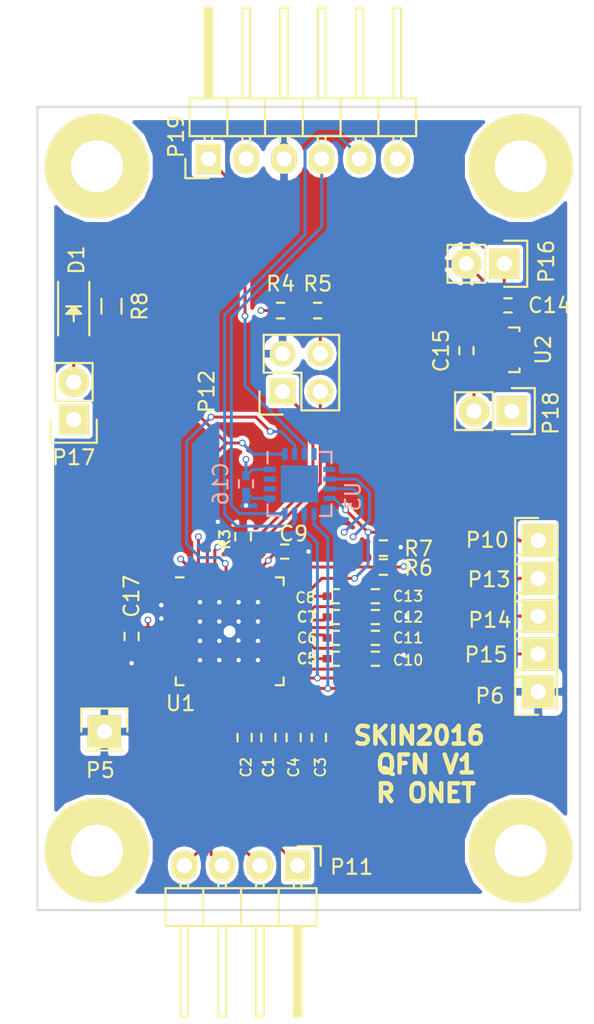
<source format=kicad_pcb>
(kicad_pcb (version 20160815) (host pcbnew no-vcs-found-undefined)
  (layers (0 F.Cu signal) (1 In1.Cu signal) (2 In2.Cu signal) (31 B.Cu signal) (34 B.Paste user) (35 F.Paste user) (36 B.SilkS user) (37 F.SilkS user) (38 B.Mask user) (39 F.Mask user) (44 Edge.Cuts user))
  (net 0 "")
  (net 1 GND)
  (net 2 "Net-(C5-Pad2)")
  (net 3 "Net-(C6-Pad2)")
  (net 4 "Net-(C8-Pad2)")
  (net 5 +1V8)
  (net 6 "Net-(C10-Pad1)")
  (net 7 "Net-(C11-Pad1)")
  (net 8 "Net-(C12-Pad1)")
  (net 9 "Net-(C13-Pad1)")
  (net 10 "Net-(C14-Pad1)")
  (net 11 "Net-(C15-Pad1)")
  (net 12 "Net-(D1-Pad2)")
  (net 13 "Net-(D1-Pad1)")
  (net 14 "Net-(P11-Pad1)")
  (net 15 "Net-(P11-Pad2)")
  (net 16 "Net-(P11-Pad3)")
  (net 17 "Net-(P11-Pad4)")
  (net 18 "Net-(P12-Pad1)")
  (net 19 "Net-(P12-Pad3)")
  (net 20 "Net-(P12-Pad4)")
  (net 21 /VREF_SE)
  (net 22 /MCLR)
  (net 23 /PGD)
  (net 24 /PGC)
  (net 25 "Net-(R3-Pad2)")
  (net 26 "Net-(R4-Pad2)")
  (net 27 /CFG_DAT)
  (net 28 /CFG_CLK)
  (net 29 /CLK_REF)
  (net 30 /VOUTN)
  (net 31 /VOUTP)
  (net 32 /VOUT_SE)
  (net 33 "Net-(C1-Pad1)")
  (net 34 "Net-(C1-Pad2)")
  (net 35 "Net-(C2-Pad1)")
  (net 36 "Net-(C3-Pad1)")
  (net 37 "Net-(C3-Pad2)")
  (net 38 "Net-(C4-Pad1)")
  (net 39 "Net-(C7-Pad2)")
  (net 40 /RESET_SKIN)
  (module Housings_DFN_QFN:QFN-48-1EP_7x7mm_Pitch0.5mm (layer F.Cu) (at 149.432 143.256)
    (fp_text reference U1 (at -3.302 4.844) (layer F.SilkS))
    (fp_text value SKINC2016_QFN48)
    (pad 49 smd rect (at -1.93125 -1.93125) (size 1.2875 1.2875) (layers F.Cu F.Paste F.Mask) (net 1 GND))
    (pad 49 smd rect (at -1.93125 -0.64375) (size 1.2875 1.2875) (layers F.Cu F.Paste F.Mask) (net 1 GND))
    (pad 49 smd rect (at -1.93125 0.64375) (size 1.2875 1.2875) (layers F.Cu F.Paste F.Mask) (net 1 GND))
    (pad 49 smd rect (at -1.93125 1.93125) (size 1.2875 1.2875) (layers F.Cu F.Paste F.Mask) (net 1 GND))
    (pad 49 smd rect (at -0.64375 -1.93125) (size 1.2875 1.2875) (layers F.Cu F.Paste F.Mask) (net 1 GND))
    (pad 49 smd rect (at -0.64375 -0.64375) (size 1.2875 1.2875) (layers F.Cu F.Paste F.Mask) (net 1 GND))
    (pad 49 smd rect (at -0.64375 0.64375) (size 1.2875 1.2875) (layers F.Cu F.Paste F.Mask) (net 1 GND))
    (pad 49 smd rect (at -0.64375 1.93125) (size 1.2875 1.2875) (layers F.Cu F.Paste F.Mask) (net 1 GND))
    (pad 49 smd rect (at 0.64375 -1.93125) (size 1.2875 1.2875) (layers F.Cu F.Paste F.Mask) (net 1 GND))
    (pad 49 smd rect (at 0.64375 -0.64375) (size 1.2875 1.2875) (layers F.Cu F.Paste F.Mask) (net 1 GND))
    (pad 49 smd rect (at 0.64375 0.64375) (size 1.2875 1.2875) (layers F.Cu F.Paste F.Mask) (net 1 GND))
    (pad 49 smd rect (at 0.64375 1.93125) (size 1.2875 1.2875) (layers F.Cu F.Paste F.Mask) (net 1 GND))
    (pad 49 smd rect (at 1.93125 -1.93125) (size 1.2875 1.2875) (layers F.Cu F.Paste F.Mask) (net 1 GND))
    (pad 49 smd rect (at 1.93125 -0.64375) (size 1.2875 1.2875) (layers F.Cu F.Paste F.Mask) (net 1 GND))
    (pad 49 smd rect (at 1.93125 0.64375) (size 1.2875 1.2875) (layers F.Cu F.Paste F.Mask) (net 1 GND))
    (pad 49 smd rect (at 1.93125 1.93125) (size 1.2875 1.2875) (layers F.Cu F.Paste F.Mask) (net 1 GND))
    (pad 48 smd rect (at -2.75 -3.4 90) (size 0.7 0.25) (layers F.Cu F.Paste F.Mask))
    (pad 47 smd rect (at -2.25 -3.4 90) (size 0.7 0.25) (layers F.Cu F.Paste F.Mask) (net 5 +1V8))
    (pad 46 smd rect (at -1.75 -3.4 90) (size 0.7 0.25) (layers F.Cu F.Paste F.Mask) (net 27 /CFG_DAT))
    (pad 45 smd rect (at -1.25 -3.4 90) (size 0.7 0.25) (layers F.Cu F.Paste F.Mask) (net 40 /RESET_SKIN))
    (pad 44 smd rect (at -0.75 -3.4 90) (size 0.7 0.25) (layers F.Cu F.Paste F.Mask) (net 28 /CFG_CLK))
    (pad 43 smd rect (at -0.25 -3.4 90) (size 0.7 0.25) (layers F.Cu F.Paste F.Mask) (net 29 /CLK_REF))
    (pad 42 smd rect (at 0.25 -3.4 90) (size 0.7 0.25) (layers F.Cu F.Paste F.Mask) (net 25 "Net-(R3-Pad2)"))
    (pad 41 smd rect (at 0.75 -3.4 90) (size 0.7 0.25) (layers F.Cu F.Paste F.Mask) (net 18 "Net-(P12-Pad1)"))
    (pad 40 smd rect (at 1.25 -3.4 90) (size 0.7 0.25) (layers F.Cu F.Paste F.Mask) (net 19 "Net-(P12-Pad3)"))
    (pad 39 smd rect (at 1.75 -3.4 90) (size 0.7 0.25) (layers F.Cu F.Paste F.Mask) (net 5 +1V8))
    (pad 38 smd rect (at 2.25 -3.4 90) (size 0.7 0.25) (layers F.Cu F.Paste F.Mask) (net 1 GND))
    (pad 37 smd rect (at 2.75 -3.4 90) (size 0.7 0.25) (layers F.Cu F.Paste F.Mask))
    (pad 36 smd rect (at 3.4 -2.75) (size 0.7 0.25) (layers F.Cu F.Paste F.Mask) (net 21 /VREF_SE))
    (pad 35 smd rect (at 3.4 -2.25) (size 0.7 0.25) (layers F.Cu F.Paste F.Mask) (net 32 /VOUT_SE))
    (pad 34 smd rect (at 3.4 -1.75) (size 0.7 0.25) (layers F.Cu F.Paste F.Mask) (net 4 "Net-(C8-Pad2)"))
    (pad 33 smd rect (at 3.4 -1.25) (size 0.7 0.25) (layers F.Cu F.Paste F.Mask) (net 9 "Net-(C13-Pad1)"))
    (pad 32 smd rect (at 3.4 -0.75) (size 0.7 0.25) (layers F.Cu F.Paste F.Mask) (net 39 "Net-(C7-Pad2)"))
    (pad 31 smd rect (at 3.4 -0.25) (size 0.7 0.25) (layers F.Cu F.Paste F.Mask) (net 8 "Net-(C12-Pad1)"))
    (pad 30 smd rect (at 3.4 0.25) (size 0.7 0.25) (layers F.Cu F.Paste F.Mask) (net 3 "Net-(C6-Pad2)"))
    (pad 29 smd rect (at 3.4 0.75) (size 0.7 0.25) (layers F.Cu F.Paste F.Mask) (net 7 "Net-(C11-Pad1)"))
    (pad 28 smd rect (at 3.4 1.25) (size 0.7 0.25) (layers F.Cu F.Paste F.Mask) (net 2 "Net-(C5-Pad2)"))
    (pad 27 smd rect (at 3.4 1.75) (size 0.7 0.25) (layers F.Cu F.Paste F.Mask) (net 6 "Net-(C10-Pad1)"))
    (pad 26 smd rect (at 3.4 2.25) (size 0.7 0.25) (layers F.Cu F.Paste F.Mask) (net 31 /VOUTP))
    (pad 25 smd rect (at 3.4 2.75) (size 0.7 0.25) (layers F.Cu F.Paste F.Mask) (net 30 /VOUTN))
    (pad 24 smd rect (at 2.75 3.4 90) (size 0.7 0.25) (layers F.Cu F.Paste F.Mask) (net 36 "Net-(C3-Pad1)"))
    (pad 23 smd rect (at 2.25 3.4 90) (size 0.7 0.25) (layers F.Cu F.Paste F.Mask) (net 38 "Net-(C4-Pad1)"))
    (pad 22 smd rect (at 1.75 3.4 90) (size 0.7 0.25) (layers F.Cu F.Paste F.Mask) (net 37 "Net-(C3-Pad2)"))
    (pad 21 smd rect (at 1.25 3.4 90) (size 0.7 0.25) (layers F.Cu F.Paste F.Mask) (net 33 "Net-(C1-Pad1)"))
    (pad 20 smd rect (at 0.75 3.4 90) (size 0.7 0.25) (layers F.Cu F.Paste F.Mask) (net 35 "Net-(C2-Pad1)"))
    (pad 19 smd rect (at 0.25 3.4 90) (size 0.7 0.25) (layers F.Cu F.Paste F.Mask) (net 34 "Net-(C1-Pad2)"))
    (pad 18 smd rect (at -0.25 3.4 90) (size 0.7 0.25) (layers F.Cu F.Paste F.Mask) (net 14 "Net-(P11-Pad1)"))
    (pad 17 smd rect (at -0.75 3.4 90) (size 0.7 0.25) (layers F.Cu F.Paste F.Mask) (net 15 "Net-(P11-Pad2)"))
    (pad 16 smd rect (at -1.25 3.4 90) (size 0.7 0.25) (layers F.Cu F.Paste F.Mask) (net 16 "Net-(P11-Pad3)"))
    (pad 15 smd rect (at -1.75 3.4 90) (size 0.7 0.25) (layers F.Cu F.Paste F.Mask) (net 17 "Net-(P11-Pad4)"))
    (pad 14 smd rect (at -2.25 3.4 90) (size 0.7 0.25) (layers F.Cu F.Paste F.Mask))
    (pad 13 smd rect (at -2.75 3.4 90) (size 0.7 0.25) (layers F.Cu F.Paste F.Mask))
    (pad 12 smd rect (at -3.4 2.75) (size 0.7 0.25) (layers F.Cu F.Paste F.Mask))
    (pad 11 smd rect (at -3.4 2.25) (size 0.7 0.25) (layers F.Cu F.Paste F.Mask))
    (pad 10 smd rect (at -3.4 1.75) (size 0.7 0.25) (layers F.Cu F.Paste F.Mask))
    (pad 9 smd rect (at -3.4 1.25) (size 0.7 0.25) (layers F.Cu F.Paste F.Mask))
    (pad 8 smd rect (at -3.4 0.75) (size 0.7 0.25) (layers F.Cu F.Paste F.Mask))
    (pad 7 smd rect (at -3.4 0.25) (size 0.7 0.25) (layers F.Cu F.Paste F.Mask) (net 1 GND))
    (pad 6 smd rect (at -3.4 -0.25) (size 0.7 0.25) (layers F.Cu F.Paste F.Mask) (net 5 +1V8))
    (pad 5 smd rect (at -3.4 -0.75) (size 0.7 0.25) (layers F.Cu F.Paste F.Mask) (net 1 GND))
    (pad 4 smd rect (at -3.4 -1.25) (size 0.7 0.25) (layers F.Cu F.Paste F.Mask) (net 1 GND))
    (pad 3 smd rect (at -3.4 -1.75) (size 0.7 0.25) (layers F.Cu F.Paste F.Mask))
    (pad 2 smd rect (at -3.4 -2.25) (size 0.7 0.25) (layers F.Cu F.Paste F.Mask))
    (pad 1 smd rect (at -3.4 -2.75) (size 0.7 0.25) (layers F.Cu F.Paste F.Mask))
  )
  (module Capacitors_SMD:C_0402 (layer F.Cu) (at 152.03 150.4 270)
    (fp_text reference C1 (at 2 0 270) (layer F.SilkS) (effects (font (size 0.7 0.7))))
    (fp_text value 1.5n)
    (pad 1 smd rect (at -0.55 0 270) (size 0.6 0.5) (layers F.Cu F.Paste F.Mask) (net 33 "Net-(C1-Pad1)"))
    (pad 2 smd rect (at 0.55 0 270) (size 0.6 0.5) (layers F.Cu F.Paste F.Mask) (net 34 "Net-(C1-Pad2)"))
  )
  (module Capacitors_SMD:C_0402 (layer F.Cu) (at 155.43 150.4 270)
    (fp_text reference C3 (at 2 -0.1 270) (layer F.SilkS) (effects (font (size 0.7 0.7) (thickness 0.125))))
    (fp_text value 1.5n)
    (pad 1 smd rect (at -0.55 0 270) (size 0.6 0.5) (layers F.Cu F.Paste F.Mask) (net 36 "Net-(C3-Pad1)"))
    (pad 2 smd rect (at 0.55 0 270) (size 0.6 0.5) (layers F.Cu F.Paste F.Mask) (net 37 "Net-(C3-Pad2)"))
  )
  (module Capacitors_SMD:C_0402 (layer F.Cu) (at 156.53 145.1 180)
    (fp_text reference C5 (at 1.9 0 180) (layer F.SilkS) (effects (font (size 0.7 0.7))))
    (fp_text value 470p)
    (pad 1 smd rect (at -0.55 0 180) (size 0.6 0.5) (layers F.Cu F.Paste F.Mask) (net 6 "Net-(C10-Pad1)"))
    (pad 2 smd rect (at 0.55 0 180) (size 0.6 0.5) (layers F.Cu F.Paste F.Mask) (net 2 "Net-(C5-Pad2)"))
  )
  (module Capacitors_SMD:C_0402 (layer F.Cu) (at 156.53 143.7 180)
    (fp_text reference C6 (at 1.9 0 180) (layer F.SilkS) (effects (font (size 0.7 0.7) (thickness 0.125))))
    (fp_text value 470p)
    (pad 1 smd rect (at -0.55 0 180) (size 0.6 0.5) (layers F.Cu F.Paste F.Mask) (net 7 "Net-(C11-Pad1)"))
    (pad 2 smd rect (at 0.55 0 180) (size 0.6 0.5) (layers F.Cu F.Paste F.Mask) (net 3 "Net-(C6-Pad2)"))
  )
  (module Capacitors_SMD:C_0402 (layer F.Cu) (at 156.53 142.3 180)
    (fp_text reference C7 (at 1.9 0 180) (layer F.SilkS) (effects (font (size 0.7 0.7))))
    (fp_text value 470p)
    (pad 1 smd rect (at -0.55 0 180) (size 0.6 0.5) (layers F.Cu F.Paste F.Mask) (net 8 "Net-(C12-Pad1)"))
    (pad 2 smd rect (at 0.55 0 180) (size 0.6 0.5) (layers F.Cu F.Paste F.Mask) (net 39 "Net-(C7-Pad2)"))
  )
  (module Capacitors_SMD:C_0402 (layer F.Cu) (at 156.53 140.9 180)
    (fp_text reference C8 (at 2 -0.1 180) (layer F.SilkS) (effects (font (size 0.7 0.7) (thickness 0.125))))
    (fp_text value 470p)
    (pad 1 smd rect (at -0.55 0 180) (size 0.6 0.5) (layers F.Cu F.Paste F.Mask) (net 9 "Net-(C13-Pad1)"))
    (pad 2 smd rect (at 0.55 0 180) (size 0.6 0.5) (layers F.Cu F.Paste F.Mask) (net 4 "Net-(C8-Pad2)"))
  )
  (module Capacitors_SMD:C_0402 (layer F.Cu) (at 153.13 137.9)
    (fp_text reference C9 (at 0.6 -1.2) (layer F.SilkS))
    (fp_text value 0.1U)
    (pad 1 smd rect (at -0.55 0) (size 0.6 0.5) (layers F.Cu F.Paste F.Mask) (net 5 +1V8))
    (pad 2 smd rect (at 0.55 0) (size 0.6 0.5) (layers F.Cu F.Paste F.Mask) (net 1 GND))
  )
  (module Capacitors_SMD:C_0402 (layer F.Cu) (at 159.23 145.1)
    (fp_text reference C10 (at 2.2 0.1) (layer F.SilkS) (effects (font (size 0.7 0.7) (thickness 0.125))))
    (fp_text value 470p)
    (pad 1 smd rect (at -0.55 0) (size 0.6 0.5) (layers F.Cu F.Paste F.Mask) (net 6 "Net-(C10-Pad1)"))
    (pad 2 smd rect (at 0.55 0) (size 0.6 0.5) (layers F.Cu F.Paste F.Mask) (net 1 GND))
  )
  (module Capacitors_SMD:C_0402 (layer F.Cu) (at 159.23 143.7)
    (fp_text reference C11 (at 2.2 0) (layer F.SilkS) (effects (font (size 0.7 0.7) (thickness 0.125))))
    (fp_text value 470p)
    (pad 1 smd rect (at -0.55 0) (size 0.6 0.5) (layers F.Cu F.Paste F.Mask) (net 7 "Net-(C11-Pad1)"))
    (pad 2 smd rect (at 0.55 0) (size 0.6 0.5) (layers F.Cu F.Paste F.Mask) (net 1 GND))
  )
  (module Capacitors_SMD:C_0402 (layer F.Cu) (at 159.23 142.3)
    (fp_text reference C12 (at 2.2 0) (layer F.SilkS) (effects (font (size 0.7 0.7) (thickness 0.125))))
    (fp_text value 470p)
    (pad 1 smd rect (at -0.55 0) (size 0.6 0.5) (layers F.Cu F.Paste F.Mask) (net 8 "Net-(C12-Pad1)"))
    (pad 2 smd rect (at 0.55 0) (size 0.6 0.5) (layers F.Cu F.Paste F.Mask) (net 1 GND))
  )
  (module Capacitors_SMD:C_0402 (layer F.Cu) (at 159.23 140.9)
    (fp_text reference C13 (at 2.2 0) (layer F.SilkS) (effects (font (size 0.7 0.7) (thickness 0.125))))
    (fp_text value 470p)
    (pad 1 smd rect (at -0.55 0) (size 0.6 0.5) (layers F.Cu F.Paste F.Mask) (net 9 "Net-(C13-Pad1)"))
    (pad 2 smd rect (at 0.55 0) (size 0.6 0.5) (layers F.Cu F.Paste F.Mask) (net 1 GND))
  )
  (module Capacitors_SMD:C_0402 (layer F.Cu) (at 168.148 121.3485 180)
    (fp_text reference C14 (at -2.794 0 180) (layer F.SilkS))
    (fp_text value 1u)
    (pad 1 smd rect (at -0.55 0 180) (size 0.6 0.5) (layers F.Cu F.Paste F.Mask) (net 10 "Net-(C14-Pad1)"))
    (pad 2 smd rect (at 0.55 0 180) (size 0.6 0.5) (layers F.Cu F.Paste F.Mask) (net 1 GND))
  )
  (module Capacitors_SMD:C_0402 (layer F.Cu) (at 165.354 124.3965 90)
    (fp_text reference C15 (at 0 -1.7 90) (layer F.SilkS))
    (fp_text value 1u)
    (pad 1 smd rect (at -0.55 0 90) (size 0.6 0.5) (layers F.Cu F.Paste F.Mask) (net 11 "Net-(C15-Pad1)"))
    (pad 2 smd rect (at 0.55 0 90) (size 0.6 0.5) (layers F.Cu F.Paste F.Mask) (net 1 GND))
  )
  (module Capacitors_SMD:C_0402 (layer B.Cu) (at 150.525 133.35 270)
    (fp_text reference C16 (at 0 1.7 270) (layer B.SilkS) (effects (justify mirror)))
    (fp_text value 0.1U)
    (pad 1 smd rect (at -0.55 0 270) (size 0.6 0.5) (layers B.Cu B.Paste B.Mask) (net 5 +1V8))
    (pad 2 smd rect (at 0.55 0 270) (size 0.6 0.5) (layers B.Cu B.Paste B.Mask) (net 1 GND))
  )
  (module LEDs:LED_1206 (layer F.Cu) (at 138.938 121.92 270)
    (fp_text reference D1 (at -3.62 -0.192 270) (layer F.SilkS))
    (fp_text value LED)
    (pad 2 smd rect (at 1.41986 0 90) (size 1.59766 1.80086) (layers F.Cu F.Paste F.Mask) (net 12 "Net-(D1-Pad2)"))
    (pad 1 smd rect (at -1.41986 0 90) (size 1.59766 1.80086) (layers F.Cu F.Paste F.Mask) (net 13 "Net-(D1-Pad1)"))
  )
  (module Pin_Headers:Pin_Header_Straight_1x01 (layer F.Cu) (at 141 150)
    (fp_text reference P5 (at -0.27 2.6) (layer F.SilkS))
    (fp_text value CONN_01X01)
    (pad 1 thru_hole rect (at 0 0) (size 2.2352 2.2352) (drill 1.016) (layers *.Cu *.Mask F.SilkS) (net 1 GND))
  )
  (module Pin_Headers:Pin_Header_Straight_1x01 (layer F.Cu) (at 170.18 147.32 90)
    (fp_text reference P6 (at -0.28 -3.25 180) (layer F.SilkS))
    (fp_text value CONN_01X01)
    (pad 1 thru_hole rect (at 0 0 90) (size 2.2352 2.2352) (drill 1.016) (layers *.Cu *.Mask F.SilkS) (net 1 GND))
  )
  (module Pin_Headers:Pin_Header_Straight_1x01 (layer F.Cu) (at 170.18 137.19 90)
    (fp_text reference P10 (at 0.07 -3.425 180) (layer F.SilkS))
    (fp_text value CONN_01X01)
    (pad 1 thru_hole rect (at 0.03 0 90) (size 2.2352 2.2352) (drill 1.016) (layers *.Cu *.Mask F.SilkS) (net 32 /VOUT_SE))
  )
  (module Pin_Headers:Pin_Header_Angled_1x04 (layer F.Cu) (at 154 159 270)
    (fp_text reference P11 (at 0.1 -3.63 180) (layer F.SilkS))
    (fp_text value CONN_01X04)
    (pad 1 thru_hole rect (at 0 0 270) (size 2.032 1.7272) (drill 1.016) (layers *.Cu *.Mask F.SilkS) (net 14 "Net-(P11-Pad1)"))
    (pad 2 thru_hole oval (at 0 2.54 270) (size 2.032 1.7272) (drill 1.016) (layers *.Cu *.Mask F.SilkS) (net 15 "Net-(P11-Pad2)"))
    (pad 3 thru_hole oval (at 0 5.08 270) (size 2.032 1.7272) (drill 1.016) (layers *.Cu *.Mask F.SilkS) (net 16 "Net-(P11-Pad3)"))
    (pad 4 thru_hole oval (at 0 7.62 270) (size 2.032 1.7272) (drill 1.016) (layers *.Cu *.Mask F.SilkS) (net 17 "Net-(P11-Pad4)"))
  )
  (module Pin_Headers:Pin_Header_Straight_2x02 (layer F.Cu) (at 152.985 127.14 90)
    (fp_text reference P12 (at 0 -5.1 90) (layer F.SilkS))
    (fp_text value CONN_02X02)
    (pad 1 thru_hole rect (at 0 0 90) (size 1.7272 1.7272) (drill 1.016) (layers *.Cu *.Mask F.SilkS) (net 18 "Net-(P12-Pad1)"))
    (pad 2 thru_hole oval (at 2.54 0 90) (size 1.7272 1.7272) (drill 1.016) (layers *.Cu *.Mask F.SilkS) (net 1 GND))
    (pad 3 thru_hole oval (at 0 2.54 90) (size 1.7272 1.7272) (drill 1.016) (layers *.Cu *.Mask F.SilkS) (net 19 "Net-(P12-Pad3)"))
    (pad 4 thru_hole oval (at 2.54 2.54 90) (size 1.7272 1.7272) (drill 1.016) (layers *.Cu *.Mask F.SilkS) (net 20 "Net-(P12-Pad4)"))
  )
  (module Pin_Headers:Pin_Header_Straight_1x01 (layer F.Cu) (at 170.18 139.7 90)
    (fp_text reference P13 (at -0.075 -3.3 180) (layer F.SilkS))
    (fp_text value CONN_01X01)
    (pad 1 thru_hole rect (at 0 0 90) (size 2.2352 2.2352) (drill 1.016) (layers *.Cu *.Mask F.SilkS) (net 21 /VREF_SE))
  )
  (module Pin_Headers:Pin_Header_Straight_1x01 (layer F.Cu) (at 170.18 142.24 90)
    (fp_text reference P14 (at -0.26 -3.25 180) (layer F.SilkS))
    (fp_text value CONN_01X01)
    (pad 1 thru_hole rect (at 0 0 90) (size 2.2352 2.2352) (drill 1.016) (layers *.Cu *.Mask F.SilkS) (net 31 /VOUTP))
  )
  (module Pin_Headers:Pin_Header_Straight_1x01 (layer F.Cu) (at 170.18 144.78 90)
    (fp_text reference P15 (at -0.045 -3.5 180) (layer F.SilkS))
    (fp_text value CONN_01X01)
    (pad 1 thru_hole rect (at 0 0 90) (size 2.2352 2.2352) (drill 1.016) (layers *.Cu *.Mask F.SilkS) (net 30 /VOUTN))
  )
  (module Pin_Headers:Pin_Header_Straight_1x02 (layer F.Cu) (at 167.894 118.5545 270)
    (fp_text reference P16 (at -0.1545 -2.836 270) (layer F.SilkS))
    (fp_text value CONN_01X02)
    (pad 1 thru_hole rect (at 0 0 270) (size 2.032 2.032) (drill 1.016) (layers *.Cu *.Mask F.SilkS) (net 10 "Net-(C14-Pad1)"))
    (pad 2 thru_hole oval (at 0 2.54 270) (size 2.032 2.032) (drill 1.016) (layers *.Cu *.Mask F.SilkS) (net 1 GND))
  )
  (module Pin_Headers:Pin_Header_Straight_1x02 (layer F.Cu) (at 138.938 129.032 180)
    (fp_text reference P17 (at 0 -2.54 180) (layer F.SilkS))
    (fp_text value CONN_01X02)
    (pad 1 thru_hole rect (at 0 0 180) (size 2.032 2.032) (drill 1.016) (layers *.Cu *.Mask F.SilkS) (net 5 +1V8))
    (pad 2 thru_hole oval (at 0 2.54 180) (size 2.032 2.032) (drill 1.016) (layers *.Cu *.Mask F.SilkS) (net 12 "Net-(D1-Pad2)"))
  )
  (module Pin_Headers:Pin_Header_Straight_1x02 (layer F.Cu) (at 168.402 128.4605 270)
    (fp_text reference P18 (at 0.1395 -2.628 270) (layer F.SilkS))
    (fp_text value CONN_01X02)
    (pad 1 thru_hole rect (at 0 0 270) (size 2.032 2.032) (drill 1.016) (layers *.Cu *.Mask F.SilkS) (net 5 +1V8))
    (pad 2 thru_hole oval (at 0 2.54 270) (size 2.032 2.032) (drill 1.016) (layers *.Cu *.Mask F.SilkS) (net 11 "Net-(C15-Pad1)"))
  )
  (module Pin_Headers:Pin_Header_Angled_1x06 (layer F.Cu) (at 148 111.5 90)
    (fp_text reference P19 (at 1.5 -2.17 90) (layer F.SilkS))
    (fp_text value CONN_01X06)
    (pad 1 thru_hole rect (at 0 0 90) (size 2.032 1.7272) (drill 1.016) (layers *.Cu *.Mask F.SilkS) (net 22 /MCLR))
    (pad 2 thru_hole oval (at 0 2.54 90) (size 2.032 1.7272) (drill 1.016) (layers *.Cu *.Mask F.SilkS) (net 5 +1V8))
    (pad 3 thru_hole oval (at 0 5.08 90) (size 2.032 1.7272) (drill 1.016) (layers *.Cu *.Mask F.SilkS) (net 1 GND))
    (pad 4 thru_hole oval (at 0 7.62 90) (size 2.032 1.7272) (drill 1.016) (layers *.Cu *.Mask F.SilkS) (net 23 /PGD))
    (pad 5 thru_hole oval (at 0 10.16 90) (size 2.032 1.7272) (drill 1.016) (layers *.Cu *.Mask F.SilkS) (net 24 /PGC))
    (pad 6 thru_hole oval (at 0 12.7 90) (size 2.032 1.7272) (drill 1.016) (layers *.Cu *.Mask F.SilkS))
  )
  (module Resistors_SMD:R_0402 (layer F.Cu) (at 150.33 136.9 270)
    (fp_text reference R3 (at 0.18 1.225 270) (layer F.SilkS) (effects (font (size 0.7 0.7))))
    (fp_text value 1M)
    (pad 1 smd rect (at -0.45 0 270) (size 0.4 0.6) (layers F.Cu F.Paste F.Mask) (net 1 GND))
    (pad 2 smd rect (at 0.45 0 270) (size 0.4 0.6) (layers F.Cu F.Paste F.Mask) (net 25 "Net-(R3-Pad2)"))
  )
  (module Resistors_SMD:R_0402 (layer F.Cu) (at 152.85 121.7)
    (fp_text reference R4 (at 0 -1.8) (layer F.SilkS))
    (fp_text value R_Small)
    (pad 1 smd rect (at -0.45 0) (size 0.4 0.6) (layers F.Cu F.Paste F.Mask) (net 5 +1V8))
    (pad 2 smd rect (at 0.45 0) (size 0.4 0.6) (layers F.Cu F.Paste F.Mask) (net 26 "Net-(R4-Pad2)"))
  )
  (module Resistors_SMD:R_0402 (layer F.Cu) (at 155.35 121.7)
    (fp_text reference R5 (at 0 -1.8) (layer F.SilkS))
    (fp_text value R_Small)
    (pad 1 smd rect (at -0.45 0) (size 0.4 0.6) (layers F.Cu F.Paste F.Mask) (net 26 "Net-(R4-Pad2)"))
    (pad 2 smd rect (at 0.45 0) (size 0.4 0.6) (layers F.Cu F.Paste F.Mask) (net 20 "Net-(P12-Pad4)"))
  )
  (module Resistors_SMD:R_0402 (layer F.Cu) (at 159.766 138.938 180)
    (fp_text reference R6 (at -2.364 -0.062 180) (layer F.SilkS))
    (fp_text value 100k)
    (pad 1 smd rect (at -0.45 0 180) (size 0.4 0.6) (layers F.Cu F.Paste F.Mask) (net 5 +1V8))
    (pad 2 smd rect (at 0.45 0 180) (size 0.4 0.6) (layers F.Cu F.Paste F.Mask) (net 21 /VREF_SE))
  )
  (module Resistors_SMD:R_0402 (layer F.Cu) (at 159.766 137.668)
    (fp_text reference R7 (at 2.364 0.032) (layer F.SilkS))
    (fp_text value 100k)
    (pad 1 smd rect (at -0.45 0) (size 0.4 0.6) (layers F.Cu F.Paste F.Mask) (net 21 /VREF_SE))
    (pad 2 smd rect (at 0.45 0) (size 0.4 0.6) (layers F.Cu F.Paste F.Mask) (net 1 GND))
  )
  (module Resistors_SMD:R_0603 (layer F.Cu) (at 141.478 121.412 270)
    (fp_text reference R8 (at 0 -1.9 270) (layer F.SilkS))
    (fp_text value R)
    (pad 1 smd rect (at -0.75 0 270) (size 0.5 0.9) (layers F.Cu F.Paste F.Mask) (net 13 "Net-(D1-Pad1)"))
    (pad 2 smd rect (at 0.75 0 270) (size 0.5 0.9) (layers F.Cu F.Paste F.Mask) (net 40 /RESET_SKIN))
  )
  (module TO_SOT_Packages_SMD:SOT-23 (layer F.Cu) (at 168.273 124.334976 270)
    (fp_text reference U2 (at 0 -2.25 270) (layer F.SilkS))
    (fp_text value MCP1702_SOT23)
    (pad 1 smd rect (at -0.95 1.00076 270) (size 0.8001 0.8001) (layers F.Cu F.Paste F.Mask) (net 1 GND))
    (pad 2 smd rect (at 0.95 1.00076 270) (size 0.8001 0.8001) (layers F.Cu F.Paste F.Mask) (net 11 "Net-(C15-Pad1)"))
    (pad 3 smd rect (at 0 -0.99822 270) (size 0.8001 0.8001) (layers F.Cu F.Paste F.Mask) (net 10 "Net-(C14-Pad1)"))
  )
  (module Housings_DFN_QFN:QFN-16-1EP_4x4mm_Pitch0.65mm (layer B.Cu) (at 154.125 133.35 270)
    (fp_text reference U3 (at 0.85 -3.605 270) (layer B.SilkS) (effects (justify mirror)))
    (fp_text value PIC16LF1823_QFN)
    (pad 1 smd rect (at -2 0.975 270) (size 0.8 0.35) (layers B.Cu B.Paste B.Mask) (net 40 /RESET_SKIN))
    (pad 2 smd rect (at -2 0.325 270) (size 0.8 0.35) (layers B.Cu B.Paste B.Mask) (net 29 /CLK_REF))
    (pad 3 smd rect (at -2 -0.325 270) (size 0.8 0.35) (layers B.Cu B.Paste B.Mask) (net 22 /MCLR))
    (pad 4 smd rect (at -2 -0.975 270) (size 0.8 0.35) (layers B.Cu B.Paste B.Mask))
    (pad 5 smd rect (at -0.975 -2 180) (size 0.8 0.35) (layers B.Cu B.Paste B.Mask))
    (pad 6 smd rect (at -0.325 -2 180) (size 0.8 0.35) (layers B.Cu B.Paste B.Mask) (net 28 /CFG_CLK))
    (pad 7 smd rect (at 0.325 -2 180) (size 0.8 0.35) (layers B.Cu B.Paste B.Mask) (net 27 /CFG_DAT))
    (pad 8 smd rect (at 0.975 -2 180) (size 0.8 0.35) (layers B.Cu B.Paste B.Mask) (net 32 /VOUT_SE))
    (pad 9 smd rect (at 2 -0.975 270) (size 0.8 0.35) (layers B.Cu B.Paste B.Mask) (net 30 /VOUTN))
    (pad 10 smd rect (at 2 -0.325 270) (size 0.8 0.35) (layers B.Cu B.Paste B.Mask) (net 31 /VOUTP))
    (pad 11 smd rect (at 2 0.325 270) (size 0.8 0.35) (layers B.Cu B.Paste B.Mask) (net 24 /PGC))
    (pad 12 smd rect (at 2 0.975 270) (size 0.8 0.35) (layers B.Cu B.Paste B.Mask) (net 23 /PGD))
    (pad 13 smd rect (at 0.975 2 180) (size 0.8 0.35) (layers B.Cu B.Paste B.Mask) (net 1 GND))
    (pad 14 smd rect (at 0.325 2 180) (size 0.8 0.35) (layers B.Cu B.Paste B.Mask))
    (pad 15 smd rect (at -0.325 2 180) (size 0.8 0.35) (layers B.Cu B.Paste B.Mask))
    (pad 16 smd rect (at -0.975 2 180) (size 0.8 0.35) (layers B.Cu B.Paste B.Mask) (net 5 +1V8))
    (pad 17 smd rect (at 0.625 -0.625 270) (size 1.25 1.25) (layers B.Cu B.Paste B.Mask))
    (pad 17 smd rect (at 0.625 0.625 270) (size 1.25 1.25) (layers B.Cu B.Paste B.Mask))
    (pad 17 smd rect (at -0.625 -0.625 270) (size 1.25 1.25) (layers B.Cu B.Paste B.Mask))
    (pad 17 smd rect (at -0.625 0.625 270) (size 1.25 1.25) (layers B.Cu B.Paste B.Mask))
  )
  (module Mounting_Holes:MountingHole_3.5mm_Pad (layer F.Cu) (at 169 112)
    (fp_text reference P20 (at 0.03 0) (layer F.SilkS))
    (fp_text value CONN_01X01)
    (pad 1 thru_hole circle (at 0 0) (size 7 7) (drill 3.5) (layers *.Cu *.Mask F.SilkS))
  )
  (module Mounting_Holes:MountingHole_3.5mm_Pad (layer F.Cu) (at 140.5 112)
    (fp_text reference P21 (at 0.03 -0.2) (layer F.SilkS))
    (fp_text value CONN_01X01)
    (pad 1 thru_hole circle (at 0 0) (size 7 7) (drill 3.5) (layers *.Cu *.Mask F.SilkS))
  )
  (module Mounting_Holes:MountingHole_3.5mm_Pad (layer F.Cu) (at 169 158)
    (fp_text reference P22 (at 0.03 0.3) (layer F.SilkS))
    (fp_text value CONN_01X01)
    (pad 1 thru_hole circle (at 0 0) (size 7 7) (drill 3.5) (layers *.Cu *.Mask F.SilkS))
  )
  (module Mounting_Holes:MountingHole_3.5mm_Pad (layer F.Cu) (at 140.5 158)
    (fp_text reference P23 (at -0.17 0) (layer F.SilkS))
    (fp_text value CONN_01X01)
    (pad 1 thru_hole circle (at 0 0) (size 7 7) (drill 3.5) (layers *.Cu *.Mask F.SilkS))
  )
  (module Capacitors_SMD:C_0402 (layer F.Cu) (at 142.83 143.6 270)
    (fp_text reference C17 (at -2.7 0 270) (layer F.SilkS))
    (fp_text value 0.1U)
    (pad 2 smd rect (at 0.55 0 270) (size 0.6 0.5) (layers F.Cu F.Paste F.Mask) (net 1 GND))
    (pad 1 smd rect (at -0.55 0 270) (size 0.6 0.5) (layers F.Cu F.Paste F.Mask) (net 5 +1V8))
  )
  (module Capacitors_SMD:C_0402 (layer F.Cu) (at 150.43 150.4 270)
    (fp_text reference C2 (at 2 -0.1 270) (layer F.SilkS) (effects (font (size 0.7 0.7) (thickness 0.125))))
    (fp_text value 1.5n)
    (pad 2 smd rect (at 0.55 0 270) (size 0.6 0.5) (layers F.Cu F.Paste F.Mask) (net 34 "Net-(C1-Pad2)"))
    (pad 1 smd rect (at -0.55 0 270) (size 0.6 0.5) (layers F.Cu F.Paste F.Mask) (net 35 "Net-(C2-Pad1)"))
  )
  (module Capacitors_SMD:C_0402 (layer F.Cu) (at 153.73 150.4 270)
    (fp_text reference C4 (at 2 0 270) (layer F.SilkS) (effects (font (size 0.7 0.7) (thickness 0.125))))
    (fp_text value 1.5n)
    (pad 2 smd rect (at 0.55 0 270) (size 0.6 0.5) (layers F.Cu F.Paste F.Mask) (net 37 "Net-(C3-Pad2)"))
    (pad 1 smd rect (at -0.55 0 270) (size 0.6 0.5) (layers F.Cu F.Paste F.Mask) (net 38 "Net-(C4-Pad1)"))
  )
  (gr_text "SKIN2016 \nQFN V1\nR ONET" (at 162.63 152.2) (layer F.SilkS) (effects (font (size 1.2 1.2) (thickness 0.3))))
  (gr_line (start 136.5 108) (end 136.5 162) (angle 90) (layer Edge.Cuts) (width 0.15))
  (gr_line (start 173 108) (end 136.5 108) (angle 90) (layer Edge.Cuts) (width 0.15))
  (gr_line (start 173 162) (end 173 108) (angle 90) (layer Edge.Cuts) (width 0.15))
  (gr_line (start 136.5 162) (end 173 162) (angle 90) (layer Edge.Cuts) (width 0.15))
  (segment (start 165.93 120.4) (end 165.93 119.830501) (width 0.2) (layer F.Cu) (net 0))
  (via (at 147.43 145.2) (size 0.46) (drill 0.3) (layers F.Cu B.Cu) (net 1))
  (via (at 147.43 143.9) (size 0.46) (drill 0.3) (layers F.Cu B.Cu) (net 1))
  (via (at 148.73 145.2) (size 0.46) (drill 0.3) (layers F.Cu B.Cu) (net 1))
  (via (at 147.43 141.3) (size 0.46) (drill 0.3) (layers F.Cu B.Cu) (net 1))
  (via (at 148.73 141.3) (size 0.46) (drill 0.3) (layers F.Cu B.Cu) (net 1))
  (via (at 147.43 142.6) (size 0.46) (drill 0.3) (layers F.Cu B.Cu) (net 1))
  (via (at 148.73 143.9) (size 0.46) (drill 0.3) (layers F.Cu B.Cu) (net 1))
  (via (at 150.03 141.3) (size 0.46) (drill 0.3) (layers F.Cu B.Cu) (net 1))
  (via (at 148.73 142.6) (size 0.46) (drill 0.3) (layers F.Cu B.Cu) (net 1))
  (via (at 151.33 141.3) (size 0.46) (drill 0.3) (layers F.Cu B.Cu) (net 1))
  (via (at 151.33 142.6) (size 0.46) (drill 0.3) (layers F.Cu B.Cu) (net 1))
  (via (at 150.03 142.6) (size 0.46) (drill 0.3) (layers F.Cu B.Cu) (net 1))
  (segment (start 151.682 139.856) (end 151.682 139.448) (width 0.2) (layer F.Cu) (net 1))
  (segment (start 151.682 139.448) (end 152.13 139) (width 0.2) (layer F.Cu) (net 1))
  (segment (start 152.13 139) (end 152.58 139) (width 0.2) (layer F.Cu) (net 1))
  (segment (start 152.58 139) (end 153.68 137.9) (width 0.2) (layer F.Cu) (net 1))
  (segment (start 145.336 142.006) (end 144.83 141.5) (width 0.2) (layer F.Cu) (net 1))
  (via (at 144.83 141.5) (size 0.46) (drill 0.3) (layers F.Cu B.Cu) (net 1))
  (segment (start 145.336 142.006) (end 146.032 142.006) (width 0.2) (layer F.Cu) (net 1))
  (segment (start 146.032 142.506) (end 144.936 142.506) (width 0.2) (layer F.Cu) (net 1))
  (via (at 144.83 142.4) (size 0.46) (drill 0.3) (layers F.Cu B.Cu) (net 1))
  (segment (start 144.936 142.506) (end 144.83 142.4) (width 0.2) (layer F.Cu) (net 1))
  (segment (start 153.68 137.9) (end 154.73 137.9) (width 0.2) (layer F.Cu) (net 1))
  (via (at 154.73 137.9) (size 0.46) (drill 0.3) (layers F.Cu B.Cu) (net 1))
  (segment (start 159.78 142.3) (end 161.33 142.3) (width 0.2) (layer F.Cu) (net 1))
  (via (at 161.33 142.3) (size 0.46) (drill 0.3) (layers F.Cu B.Cu) (net 1))
  (segment (start 161.13 144.84) (end 161.09 144.84) (width 0.2) (layer F.Cu) (net 1))
  (via (at 161.13 144.84) (size 0.46) (drill 0.3) (layers F.Cu B.Cu) (net 1))
  (segment (start 160.83 145.1) (end 159.78 145.1) (width 0.2) (layer F.Cu) (net 1))
  (segment (start 161.09 144.84) (end 160.83 145.1) (width 0.2) (layer F.Cu) (net 1))
  (segment (start 159.78 143.7) (end 159.78 145.1) (width 0.2) (layer F.Cu) (net 1))
  (segment (start 159.78 142.3) (end 159.78 143.7) (width 0.2) (layer F.Cu) (net 1))
  (segment (start 159.78 140.9) (end 159.78 142.3) (width 0.2) (layer F.Cu) (net 1))
  (segment (start 149.18 136.45) (end 148.63 135.9) (width 0.2) (layer F.Cu) (net 1))
  (via (at 148.63 135.9) (size 0.46) (drill 0.3) (layers F.Cu B.Cu) (net 1))
  (segment (start 149.18 136.45) (end 150.33 136.45) (width 0.2) (layer F.Cu) (net 1))
  (segment (start 142.83 145.4) (end 142.83 144.15) (width 0.2) (layer F.Cu) (net 1))
  (segment (start 142.83 145.4) (end 142.93 145.3) (width 0.2) (layer F.Cu) (net 1))
  (via (at 142.83 145.4) (size 0.46) (drill 0.3) (layers F.Cu B.Cu) (net 1))
  (segment (start 146.032 143.506) (end 144.924 143.506) (width 0.2) (layer F.Cu) (net 1))
  (segment (start 144.924 143.506) (end 144.28 144.15) (width 0.2) (layer F.Cu) (net 1))
  (segment (start 144.28 144.15) (end 142.83 144.15) (width 0.2) (layer F.Cu) (net 1))
  (segment (start 151.33 143.9) (end 151.33025 143.89975) (width 0.2) (layer F.Cu) (net 1))
  (via (at 151.33 143.9) (size 0.46) (drill 0.3) (layers F.Cu B.Cu) (net 1))
  (segment (start 151.33025 143.89975) (end 151.36325 143.89975) (width 0.2) (layer F.Cu) (net 1))
  (segment (start 151.33 145.2) (end 151.34275 145.18725) (width 0.2) (layer F.Cu) (net 1))
  (via (at 151.33 145.2) (size 0.46) (drill 0.3) (layers F.Cu B.Cu) (net 1))
  (segment (start 151.34275 145.18725) (end 151.36325 145.18725) (width 0.2) (layer F.Cu) (net 1))
  (segment (start 150.03 145.2) (end 150.04275 145.18725) (width 0.2) (layer F.Cu) (net 1))
  (via (at 150.03 145.2) (size 0.46) (drill 0.3) (layers F.Cu B.Cu) (net 1))
  (segment (start 150.04275 145.18725) (end 150.07575 145.18725) (width 0.2) (layer F.Cu) (net 1))
  (via (at 150.020339 143.87566) (size 0.46) (drill 0.3) (layers F.Cu B.Cu) (net 1))
  (segment (start 150.020339 143.87566) (end 150.044429 143.89975) (width 0.2) (layer F.Cu) (net 1))
  (segment (start 150.044429 143.89975) (end 150.07575 143.89975) (width 0.2) (layer F.Cu) (net 1))
  (segment (start 160.216 137.668) (end 160.862 137.668) (width 0.2) (layer F.Cu) (net 1))
  (segment (start 160.862 137.668) (end 160.93 137.6) (width 0.2) (layer F.Cu) (net 1))
  (via (at 160.93 137.6) (size 0.46) (drill 0.3) (layers F.Cu B.Cu) (net 1))
  (segment (start 150.525 133.9) (end 150.525 134.795) (width 0.2) (layer B.Cu) (net 1))
  (via (at 150.53 134.8) (size 0.46) (drill 0.3) (layers F.Cu B.Cu) (net 1))
  (segment (start 150.525 134.795) (end 150.53 134.8) (width 0.2) (layer B.Cu) (net 1))
  (segment (start 167.598 121.3485) (end 167.598 120.7985) (width 0.2) (layer F.Cu) (net 1))
  (segment (start 167.598 120.7985) (end 165.354 118.5545) (width 0.2) (layer F.Cu) (net 1))
  (segment (start 167.598 121.3485) (end 167.598 123.059216) (width 0.2) (layer F.Cu) (net 1))
  (segment (start 167.598 123.059216) (end 167.27224 123.384976) (width 0.2) (layer F.Cu) (net 1))
  (segment (start 167.27224 123.384976) (end 165.815524 123.384976) (width 0.2) (layer F.Cu) (net 1))
  (segment (start 165.815524 123.384976) (end 165.354 123.8465) (width 0.2) (layer F.Cu) (net 1))
  (segment (start 152.125 134.325) (end 150.95 134.325) (width 0.2) (layer B.Cu) (net 1))
  (segment (start 150.95 134.325) (end 150.525 133.9) (width 0.2) (layer B.Cu) (net 1))
  (via (at 149.42034 143.275661) (size 1.2) (drill 0.8) (layers F.Cu B.Cu) (net 1))
  (segment (start 152.832 144.506) (end 154.436 144.506) (width 0.2) (layer F.Cu) (net 2))
  (segment (start 155.03 145.1) (end 155.98 145.1) (width 0.2) (layer F.Cu) (net 2))
  (segment (start 154.436 144.506) (end 155.03 145.1) (width 0.2) (layer F.Cu) (net 2))
  (segment (start 152.832 143.506) (end 155.786 143.506) (width 0.2) (layer F.Cu) (net 3))
  (segment (start 155.786 143.506) (end 155.98 143.7) (width 0.2) (layer F.Cu) (net 3))
  (segment (start 152.832 141.506) (end 154.524 141.506) (width 0.2) (layer F.Cu) (net 4))
  (segment (start 155.13 140.9) (end 155.98 140.9) (width 0.2) (layer F.Cu) (net 4))
  (segment (start 154.524 141.506) (end 155.13 140.9) (width 0.2) (layer F.Cu) (net 4))
  (segment (start 152.03 138.5) (end 152.03 138.45) (width 0.2) (layer F.Cu) (net 5))
  (segment (start 152.03 138.45) (end 152.58 137.9) (width 0.2) (layer F.Cu) (net 5))
  (segment (start 151.182 139.856) (end 151.182 139.348) (width 0.2) (layer F.Cu) (net 5))
  (segment (start 151.182 139.348) (end 152.03 138.5) (width 0.2) (layer F.Cu) (net 5))
  (segment (start 152.03 138.5) (end 152.13 138.4) (width 0.2) (layer B.Cu) (net 5))
  (via (at 152.03 138.5) (size 0.46) (drill 0.3) (layers F.Cu B.Cu) (net 5))
  (via (at 143.93 142.5) (size 0.46) (drill 0.3) (layers F.Cu B.Cu) (net 5))
  (segment (start 143.93 143.006) (end 143.93 142.5) (width 0.2) (layer F.Cu) (net 5))
  (segment (start 161.092 138.938) (end 160.216 138.938) (width 0.2) (layer F.Cu) (net 5))
  (segment (start 161.092 138.938) (end 161.13 138.9) (width 0.2) (layer F.Cu) (net 5))
  (via (at 161.13 138.9) (size 0.46) (drill 0.3) (layers F.Cu B.Cu) (net 5))
  (segment (start 160.254 138.9) (end 160.216 138.938) (width 0.2) (layer F.Cu) (net 5))
  (segment (start 150.525 131.705) (end 150.53 131.7) (width 0.2) (layer B.Cu) (net 5))
  (via (at 150.53 131.7) (size 0.46) (drill 0.3) (layers F.Cu B.Cu) (net 5))
  (segment (start 150.525 132.8) (end 150.525 131.705) (width 0.2) (layer B.Cu) (net 5))
  (segment (start 147.182 139.856) (end 147.182 139.452) (width 0.2) (layer F.Cu) (net 5))
  (via (at 146.13 138.4) (size 0.46) (drill 0.3) (layers F.Cu B.Cu) (net 5))
  (segment (start 147.182 139.452) (end 146.13 138.4) (width 0.2) (layer F.Cu) (net 5))
  (segment (start 146.032 143.006) (end 143.93 143.006) (width 0.2) (layer F.Cu) (net 5))
  (segment (start 143.93 143.006) (end 142.874 143.006) (width 0.2) (layer F.Cu) (net 5))
  (segment (start 142.874 143.006) (end 142.83 143.05) (width 0.2) (layer F.Cu) (net 5))
  (segment (start 152.58 137.9) (end 152.53 137.9) (width 0.2) (layer F.Cu) (net 5))
  (segment (start 152.4 121.7) (end 151.53 121.7) (width 0.2) (layer F.Cu) (net 5))
  (via (at 151.53 121.7) (size 0.46) (drill 0.3) (layers F.Cu B.Cu) (net 5))
  (segment (start 152.125 132.375) (end 150.95 132.375) (width 0.2) (layer B.Cu) (net 5))
  (segment (start 150.95 132.375) (end 150.525 132.8) (width 0.2) (layer B.Cu) (net 5))
  (segment (start 157.08 145.1) (end 158.68 145.1) (width 0.2) (layer F.Cu) (net 6))
  (segment (start 152.832 145.006) (end 154.036 145.006) (width 0.2) (layer F.Cu) (net 6))
  (segment (start 156.38 145.8) (end 157.08 145.1) (width 0.2) (layer F.Cu) (net 6))
  (segment (start 154.83 145.8) (end 156.38 145.8) (width 0.2) (layer F.Cu) (net 6))
  (segment (start 154.036 145.006) (end 154.83 145.8) (width 0.2) (layer F.Cu) (net 6))
  (segment (start 157.08 143.7) (end 158.68 143.7) (width 0.2) (layer F.Cu) (net 7))
  (segment (start 152.832 144.006) (end 154.736 144.006) (width 0.2) (layer F.Cu) (net 7))
  (segment (start 156.38 144.4) (end 157.08 143.7) (width 0.2) (layer F.Cu) (net 7))
  (segment (start 155.13 144.4) (end 156.38 144.4) (width 0.2) (layer F.Cu) (net 7))
  (segment (start 154.736 144.006) (end 155.13 144.4) (width 0.2) (layer F.Cu) (net 7))
  (segment (start 157.08 142.3) (end 158.68 142.3) (width 0.2) (layer F.Cu) (net 8))
  (segment (start 152.832 143.006) (end 156.424 143.006) (width 0.2) (layer F.Cu) (net 8))
  (segment (start 156.424 143.006) (end 157.08 142.35) (width 0.2) (layer F.Cu) (net 8))
  (segment (start 157.08 140.9) (end 158.68 140.9) (width 0.2) (layer F.Cu) (net 9))
  (segment (start 152.832 142.006) (end 154.724 142.006) (width 0.2) (layer F.Cu) (net 9))
  (segment (start 156.38 141.6) (end 157.08 140.9) (width 0.2) (layer F.Cu) (net 9))
  (segment (start 155.13 141.6) (end 156.38 141.6) (width 0.2) (layer F.Cu) (net 9))
  (segment (start 154.724 142.006) (end 155.13 141.6) (width 0.2) (layer F.Cu) (net 9))
  (segment (start 168.198 120.8985) (end 168.648 121.3485) (width 0.2) (layer F.Cu) (net 10))
  (segment (start 168.198 120.8485) (end 168.198 120.8985) (width 0.2) (layer F.Cu) (net 10))
  (segment (start 167.894 120.5445) (end 168.198 120.8485) (width 0.2) (layer F.Cu) (net 10))
  (segment (start 167.894 118.5545) (end 167.894 120.5445) (width 0.2) (layer F.Cu) (net 10))
  (segment (start 168.648 121.3485) (end 168.698 121.3485) (width 0.2) (layer F.Cu) (net 10))
  (segment (start 169.27122 124.334976) (end 169.27122 121.87172) (width 0.2) (layer F.Cu) (net 10))
  (segment (start 169.27122 121.87172) (end 168.748 121.3485) (width 0.2) (layer F.Cu) (net 10))
  (segment (start 168.748 121.3485) (end 168.698 121.3485) (width 0.2) (layer F.Cu) (net 10))
  (segment (start 165.862 128.4605) (end 165.862 125.4545) (width 0.2) (layer F.Cu) (net 11))
  (segment (start 165.862 125.4545) (end 165.692476 125.284976) (width 0.2) (layer F.Cu) (net 11))
  (segment (start 167.27224 125.284976) (end 165.692476 125.284976) (width 0.2) (layer F.Cu) (net 11))
  (segment (start 165.692476 125.284976) (end 165.354 124.9465) (width 0.2) (layer F.Cu) (net 11))
  (segment (start 138.938 123.33986) (end 138.938 124.33869) (width 0.2) (layer F.Cu) (net 12))
  (segment (start 138.938 124.33869) (end 138.938 126.492) (width 0.2) (layer F.Cu) (net 12))
  (segment (start 141.478 120.662) (end 139.09986 120.662) (width 0.2) (layer F.Cu) (net 13))
  (segment (start 139.09986 120.662) (end 138.938 120.50014) (width 0.2) (layer F.Cu) (net 13))
  (segment (start 149.182 146.656) (end 149.182 154.182) (width 0.2) (layer F.Cu) (net 14))
  (segment (start 149.182 154.182) (end 154 159) (width 0.2) (layer F.Cu) (net 14))
  (segment (start 148.682 146.656) (end 148.682 156.222) (width 0.2) (layer F.Cu) (net 15))
  (segment (start 148.682 156.222) (end 151.46 159) (width 0.2) (layer F.Cu) (net 15))
  (segment (start 148.182 146.656) (end 148.182 158.262) (width 0.2) (layer F.Cu) (net 16))
  (segment (start 148.182 158.262) (end 148.92 159) (width 0.2) (layer F.Cu) (net 16))
  (segment (start 147.682 146.656) (end 147.682 157.698) (width 0.2) (layer F.Cu) (net 17))
  (segment (start 147.682 157.698) (end 146.38 159) (width 0.2) (layer F.Cu) (net 17))
  (segment (start 150.182 139.856) (end 150.182 139.048) (width 0.2) (layer F.Cu) (net 18))
  (segment (start 155.03 129.185) (end 152.985 127.14) (width 0.2) (layer F.Cu) (net 18))
  (segment (start 155.03 133.2) (end 155.03 129.185) (width 0.2) (layer F.Cu) (net 18))
  (segment (start 151.33 136.9) (end 155.03 133.2) (width 0.2) (layer F.Cu) (net 18))
  (segment (start 151.33 137.9) (end 151.33 136.9) (width 0.2) (layer F.Cu) (net 18))
  (segment (start 150.182 139.048) (end 151.33 137.9) (width 0.2) (layer F.Cu) (net 18))
  (segment (start 155.525 127.14) (end 155.525 133.305) (width 0.2) (layer F.Cu) (net 19))
  (segment (start 150.682 139.148) (end 150.682 139.856) (width 0.2) (layer F.Cu) (net 19))
  (segment (start 151.73 138.1) (end 150.682 139.148) (width 0.2) (layer F.Cu) (net 19))
  (segment (start 151.73 137.1) (end 151.73 138.1) (width 0.2) (layer F.Cu) (net 19))
  (segment (start 155.525 133.305) (end 151.73 137.1) (width 0.2) (layer F.Cu) (net 19))
  (segment (start 155.525 124.6) (end 155.525 121.975) (width 0.2) (layer F.Cu) (net 20))
  (segment (start 155.525 121.975) (end 155.8 121.7) (width 0.2) (layer F.Cu) (net 20))
  (segment (start 152.832 140.506) (end 153.124 140.506) (width 0.2) (layer F.Cu) (net 21))
  (segment (start 153.124 140.506) (end 154.692 138.938) (width 0.2) (layer F.Cu) (net 21))
  (segment (start 154.692 138.938) (end 159.316 138.938) (width 0.2) (layer F.Cu) (net 21))
  (segment (start 159.316 137.668) (end 159.316 138.938) (width 0.2) (layer F.Cu) (net 21))
  (segment (start 168.5924 139.97) (end 159.939 139.97) (width 0.2) (layer F.Cu) (net 21))
  (segment (start 159.939 139.97) (end 159.316 139.347) (width 0.2) (layer F.Cu) (net 21))
  (segment (start 170.18 139.7) (end 168.8624 139.7) (width 0.2) (layer F.Cu) (net 21))
  (segment (start 168.8624 139.7) (end 168.5924 139.97) (width 0.2) (layer F.Cu) (net 21))
  (segment (start 159.316 139.347) (end 159.316 138.938) (width 0.2) (layer F.Cu) (net 21))
  (segment (start 150.46 122.06) (end 150.46 113.96) (width 0.2) (layer F.Cu) (net 22))
  (segment (start 150.46 113.96) (end 148 111.5) (width 0.2) (layer F.Cu) (net 22))
  (segment (start 152.88 129.18) (end 150.46 126.76) (width 0.2) (layer B.Cu) (net 22))
  (segment (start 150.46 126.76) (end 150.46 122.06) (width 0.2) (layer B.Cu) (net 22))
  (via (at 150.46 122.06) (size 0.46) (drill 0.3) (layers F.Cu B.Cu) (net 22))
  (segment (start 154.45 131.35) (end 154.45 130.75) (width 0.2) (layer B.Cu) (net 22))
  (segment (start 154.45 130.75) (end 152.88 129.18) (width 0.2) (layer B.Cu) (net 22))
  (segment (start 149.54 122.15) (end 155.62 116.07) (width 0.2) (layer B.Cu) (net 23))
  (segment (start 155.62 116.07) (end 155.62 111.5) (width 0.2) (layer B.Cu) (net 23))
  (segment (start 149.54 134.79) (end 149.54 122.15) (width 0.2) (layer B.Cu) (net 23))
  (segment (start 150.1 135.35) (end 149.54 134.79) (width 0.2) (layer B.Cu) (net 23))
  (segment (start 153.15 135.35) (end 150.1 135.35) (width 0.2) (layer B.Cu) (net 23))
  (segment (start 155.458576 109.92) (end 156.7324 109.92) (width 0.2) (layer B.Cu) (net 24))
  (segment (start 156.7324 109.92) (end 158.16 111.3476) (width 0.2) (layer B.Cu) (net 24))
  (segment (start 158.16 111.3476) (end 158.16 111.5) (width 0.2) (layer B.Cu) (net 24))
  (segment (start 149.09 121.99) (end 154.49639 116.58361) (width 0.2) (layer B.Cu) (net 24))
  (segment (start 154.49639 116.58361) (end 154.49639 110.882186) (width 0.2) (layer B.Cu) (net 24))
  (segment (start 154.49639 110.882186) (end 155.458576 109.92) (width 0.2) (layer B.Cu) (net 24))
  (segment (start 149.09 135.39) (end 149.09 121.99) (width 0.2) (layer B.Cu) (net 24))
  (segment (start 149.89 136.19) (end 149.09 135.39) (width 0.2) (layer B.Cu) (net 24))
  (segment (start 153.56 136.19) (end 149.89 136.19) (width 0.2) (layer B.Cu) (net 24))
  (segment (start 153.8 135.35) (end 153.8 135.95) (width 0.2) (layer B.Cu) (net 24))
  (segment (start 153.8 135.95) (end 153.56 136.19) (width 0.2) (layer B.Cu) (net 24))
  (segment (start 150.33 138.3) (end 150.33 137.35) (width 0.2) (layer F.Cu) (net 25))
  (segment (start 149.682 138.948) (end 150.33 138.3) (width 0.2) (layer F.Cu) (net 25))
  (segment (start 149.682 139.856) (end 149.682 138.948) (width 0.2) (layer F.Cu) (net 25))
  (segment (start 154.9 121.7) (end 153.3 121.7) (width 0.2) (layer F.Cu) (net 26))
  (via (at 147.33 136.9) (size 0.46) (drill 0.3) (layers F.Cu B.Cu) (net 27))
  (segment (start 147.33 136.9) (end 147.33 138.8) (width 0.2) (layer F.Cu) (net 27))
  (segment (start 147.33 138.8) (end 147.33 139) (width 0.2) (layer F.Cu) (net 27))
  (segment (start 147.33 139) (end 147.682 139.352) (width 0.2) (layer F.Cu) (net 27))
  (segment (start 147.682 139.856) (end 147.682 139.352) (width 0.2) (layer F.Cu) (net 27))
  (segment (start 157.705 133.675) (end 156.125 133.675) (width 0.2) (layer B.Cu) (net 27))
  (segment (start 158.33 135.4) (end 157.13 136.6) (width 0.2) (layer B.Cu) (net 27))
  (segment (start 158.33 134.3) (end 158.33 135.4) (width 0.2) (layer B.Cu) (net 27))
  (segment (start 157.705 133.675) (end 158.33 134.3) (width 0.2) (layer B.Cu) (net 27))
  (via (at 157.13 136.6) (size 0.46) (drill 0.3) (layers F.Cu B.Cu) (net 27))
  (segment (start 158.83 135.7) (end 158.83 133.9) (width 0.2) (layer B.Cu) (net 28))
  (segment (start 156.125 133.025) (end 157.955 133.025) (width 0.2) (layer B.Cu) (net 28))
  (segment (start 157.955 133.025) (end 158.83 133.9) (width 0.2) (layer B.Cu) (net 28))
  (via (at 148.63 137.6) (size 0.46) (drill 0.3) (layers F.Cu B.Cu) (net 28))
  (segment (start 158.83 135.8) (end 158.83 135.7) (width 0.2) (layer B.Cu) (net 28))
  (segment (start 157.73 136.9) (end 158.83 135.8) (width 0.2) (layer B.Cu) (net 28))
  (via (at 157.73 136.9) (size 0.46) (drill 0.3) (layers F.Cu B.Cu) (net 28))
  (segment (start 148.63 137.6) (end 148.43 137.8) (width 0.2) (layer F.Cu) (net 28))
  (segment (start 148.682 139.152) (end 148.682 139.856) (width 0.2) (layer F.Cu) (net 28))
  (segment (start 148.43 138.9) (end 148.682 139.152) (width 0.2) (layer F.Cu) (net 28))
  (segment (start 148.43 137.8) (end 148.43 138.9) (width 0.2) (layer F.Cu) (net 28))
  (segment (start 148.63 137.6) (end 148.682 137.652) (width 0.2) (layer F.Cu) (net 28))
  (segment (start 149.182 139.856) (end 149.182 138.752) (width 0.2) (layer F.Cu) (net 29))
  (segment (start 146.53 130.498287) (end 148.170493 128.857794) (width 0.2) (layer B.Cu) (net 29))
  (segment (start 146.53 137.4) (end 146.53 130.498287) (width 0.2) (layer B.Cu) (net 29))
  (segment (start 147.43 138.3) (end 146.53 137.4) (width 0.2) (layer B.Cu) (net 29))
  (segment (start 148.73 138.3) (end 147.43 138.3) (width 0.2) (layer B.Cu) (net 29))
  (segment (start 149.13 138.7) (end 148.73 138.3) (width 0.2) (layer B.Cu) (net 29))
  (via (at 149.13 138.7) (size 0.46) (drill 0.3) (layers F.Cu B.Cu) (net 29))
  (segment (start 149.182 138.752) (end 149.13 138.7) (width 0.2) (layer F.Cu) (net 29))
  (segment (start 148.170493 128.857794) (end 146.93 130.098287) (width 0.2) (layer B.Cu) (net 29))
  (segment (start 146.93 130.098287) (end 147 130.028287) (width 0.2) (layer B.Cu) (net 29))
  (via (at 152.16 129.83) (size 0.46) (drill 0.3) (layers F.Cu B.Cu) (net 29))
  (segment (start 153.8 130.75) (end 153.8 131.35) (width 0.2) (layer B.Cu) (net 29))
  (segment (start 152.88 129.83) (end 153.8 130.75) (width 0.2) (layer B.Cu) (net 29))
  (segment (start 152.16 129.83) (end 152.88 129.83) (width 0.2) (layer B.Cu) (net 29))
  (via (at 148.170493 128.857794) (size 0.46) (drill 0.3) (layers F.Cu B.Cu) (net 29))
  (segment (start 152.16 129.83) (end 151.187794 128.857794) (width 0.2) (layer F.Cu) (net 29))
  (segment (start 151.187794 128.857794) (end 148.495762 128.857794) (width 0.2) (layer F.Cu) (net 29))
  (segment (start 148.495762 128.857794) (end 148.170493 128.857794) (width 0.2) (layer F.Cu) (net 29))
  (segment (start 155.1 135.35) (end 155.1 136.07) (width 0.2) (layer B.Cu) (net 30))
  (via (at 156.03 147.1) (size 0.46) (drill 0.3) (layers F.Cu B.Cu) (net 30))
  (segment (start 156.03 137) (end 156.03 147.1) (width 0.2) (layer B.Cu) (net 30))
  (segment (start 155.1 136.07) (end 156.03 137) (width 0.2) (layer B.Cu) (net 30))
  (segment (start 156.03 147.1) (end 162.13 147.1) (width 0.2) (layer F.Cu) (net 30))
  (segment (start 153.436 146.006) (end 154.53 147.1) (width 0.2) (layer F.Cu) (net 30))
  (segment (start 154.53 147.1) (end 156.03 147.1) (width 0.2) (layer F.Cu) (net 30))
  (segment (start 152.832 146.006) (end 153.436 146.006) (width 0.2) (layer F.Cu) (net 30))
  (segment (start 164.45 144.78) (end 170.18 144.78) (width 0.2) (layer F.Cu) (net 30))
  (segment (start 162.13 147.1) (end 164.45 144.78) (width 0.2) (layer F.Cu) (net 30))
  (segment (start 152.832 146.006) (end 153.136 146.006) (width 0.2) (layer F.Cu) (net 30))
  (segment (start 155.33 146.4) (end 155.33 137.3) (width 0.2) (layer B.Cu) (net 31))
  (via (at 155.33 146.4) (size 0.46) (drill 0.3) (layers F.Cu B.Cu) (net 31))
  (segment (start 154.45 136.42) (end 154.45 135.35) (width 0.2) (layer B.Cu) (net 31))
  (segment (start 155.33 137.3) (end 154.45 136.42) (width 0.2) (layer B.Cu) (net 31))
  (segment (start 155.33 146.4) (end 161.63 146.4) (width 0.2) (layer F.Cu) (net 31))
  (segment (start 153.736 145.506) (end 154.63 146.4) (width 0.2) (layer F.Cu) (net 31))
  (segment (start 154.63 146.4) (end 155.33 146.4) (width 0.2) (layer F.Cu) (net 31))
  (segment (start 152.832 145.506) (end 153.736 145.506) (width 0.2) (layer F.Cu) (net 31))
  (segment (start 165.79 142.24) (end 170.18 142.24) (width 0.2) (layer F.Cu) (net 31))
  (segment (start 161.63 146.4) (end 165.79 142.24) (width 0.2) (layer F.Cu) (net 31))
  (segment (start 155.63 139.7) (end 157.83 139.7) (width 0.2) (layer F.Cu) (net 32))
  (segment (start 155.63 139.7) (end 154.324 141.006) (width 0.2) (layer F.Cu) (net 32))
  (segment (start 152.832 141.006) (end 154.324 141.006) (width 0.2) (layer F.Cu) (net 32))
  (via (at 158.73 136.6) (size 0.46) (drill 0.3) (layers F.Cu B.Cu) (net 32))
  (segment (start 158.73 138.8) (end 158.73 136.6) (width 0.2) (layer B.Cu) (net 32))
  (segment (start 157.83 139.7) (end 158.73 138.8) (width 0.2) (layer B.Cu) (net 32))
  (via (at 157.83 139.7) (size 0.46) (drill 0.3) (layers F.Cu B.Cu) (net 32))
  (segment (start 156.125 134.325) (end 156.455 134.325) (width 0.2) (layer B.Cu) (net 32))
  (segment (start 156.455 134.325) (end 157.23 135.1) (width 0.2) (layer B.Cu) (net 32))
  (via (at 157.23 135.1) (size 0.46) (drill 0.3) (layers F.Cu B.Cu) (net 32))
  (segment (start 157.23 135.1) (end 158.73 136.6) (width 0.2) (layer F.Cu) (net 32))
  (segment (start 158.73 136.6) (end 168.33 136.6) (width 0.2) (layer F.Cu) (net 32))
  (segment (start 168.33 136.6) (end 168.89 137.16) (width 0.2) (layer F.Cu) (net 32))
  (segment (start 168.89 137.16) (end 170.18 137.16) (width 0.2) (layer F.Cu) (net 32))
  (segment (start 150.682 146.656) (end 150.682 148.502) (width 0.2) (layer F.Cu) (net 33))
  (segment (start 150.682 148.502) (end 152.03 149.85) (width 0.2) (layer F.Cu) (net 33))
  (segment (start 150.43 150.95) (end 152.03 150.95) (width 0.2) (layer F.Cu) (net 34))
  (segment (start 149.682 146.656) (end 149.682 150.202) (width 0.2) (layer F.Cu) (net 34))
  (segment (start 149.682 150.202) (end 150.43 150.95) (width 0.2) (layer F.Cu) (net 34))
  (segment (start 150.182 146.656) (end 150.182 149.602) (width 0.2) (layer F.Cu) (net 35))
  (segment (start 150.182 149.602) (end 150.43 149.85) (width 0.2) (layer F.Cu) (net 35))
  (segment (start 152.182 146.656) (end 152.236 146.656) (width 0.2) (layer F.Cu) (net 36))
  (segment (start 152.236 146.656) (end 155.43 149.85) (width 0.2) (layer F.Cu) (net 36))
  (segment (start 153.73 150.95) (end 155.43 150.95) (width 0.2) (layer F.Cu) (net 37))
  (segment (start 151.182 146.656) (end 151.182 147.652) (width 0.2) (layer F.Cu) (net 37))
  (segment (start 152.93 150.15) (end 153.73 150.95) (width 0.2) (layer F.Cu) (net 37))
  (segment (start 152.93 149.4) (end 152.93 150.15) (width 0.2) (layer F.Cu) (net 37))
  (segment (start 151.182 147.652) (end 152.93 149.4) (width 0.2) (layer F.Cu) (net 37))
  (segment (start 151.682 146.656) (end 151.682 147.252) (width 0.2) (layer F.Cu) (net 38))
  (segment (start 153.73 149.3) (end 153.73 149.85) (width 0.2) (layer F.Cu) (net 38))
  (segment (start 151.682 147.252) (end 153.73 149.3) (width 0.2) (layer F.Cu) (net 38))
  (segment (start 152.832 142.506) (end 155.774 142.506) (width 0.2) (layer F.Cu) (net 39))
  (segment (start 155.774 142.506) (end 155.98 142.3) (width 0.2) (layer F.Cu) (net 39))
  (segment (start 148.182 139.856) (end 148.182 139.252) (width 0.2) (layer F.Cu) (net 40))
  (segment (start 147.93 131.9) (end 149.23 130.6) (width 0.2) (layer F.Cu) (net 40))
  (segment (start 147.93 139) (end 147.93 131.9) (width 0.2) (layer F.Cu) (net 40))
  (segment (start 148.182 139.252) (end 147.93 139) (width 0.2) (layer F.Cu) (net 40))
  (segment (start 148.069998 139.743998) (end 148.182 139.856) (width 0.2) (layer F.Cu) (net 40))
  (segment (start 141.478 122.870259) (end 141.478 122.612) (width 0.2) (layer F.Cu) (net 40))
  (segment (start 141.478 122.612) (end 141.478 122.162) (width 0.2) (layer F.Cu) (net 40))
  (segment (start 149.207741 130.6) (end 141.478 122.870259) (width 0.2) (layer F.Cu) (net 40))
  (segment (start 149.23 130.6) (end 149.207741 130.6) (width 0.2) (layer F.Cu) (net 40))
  (segment (start 150.28 130.6) (end 150.33 130.6) (width 0.2) (layer F.Cu) (net 40))
  (segment (start 150.33 130.6) (end 149.23 130.6) (width 0.2) (layer F.Cu) (net 40))
  (via (at 150.28 130.6) (size 0.46) (drill 0.3) (layers F.Cu B.Cu) (net 40))
  (segment (start 151.03 131.35) (end 150.28 130.6) (width 0.2) (layer B.Cu) (net 40))
  (segment (start 153.15 131.35) (end 151.03 131.35) (width 0.2) (layer B.Cu) (net 40))
  (zone (net 1) (net_name GND) (layer F.Cu) (connect_pads (clearance 0.254)) (min_thickness 0.254) (fill yes (arc_segments 16) (thermal_gap 0.508) (thermal_bridge_width 0.508))
    (polygon (pts (xy 137.63 108.9) (xy 172.13 108.9) (xy 172.13 160.9) (xy 137.63 160.9)))
  )
  (zone (net 1) (net_name GND) (layer B.Cu) (connect_pads (clearance 0.254)) (min_thickness 0.254) (fill yes (arc_segments 16) (thermal_gap 0.508) (thermal_bridge_width 0.508))
    (polygon (pts (xy 137.63 108.9) (xy 172.13 108.9) (xy 172.13 160.9) (xy 137.63 160.9)))
  )
)
</source>
